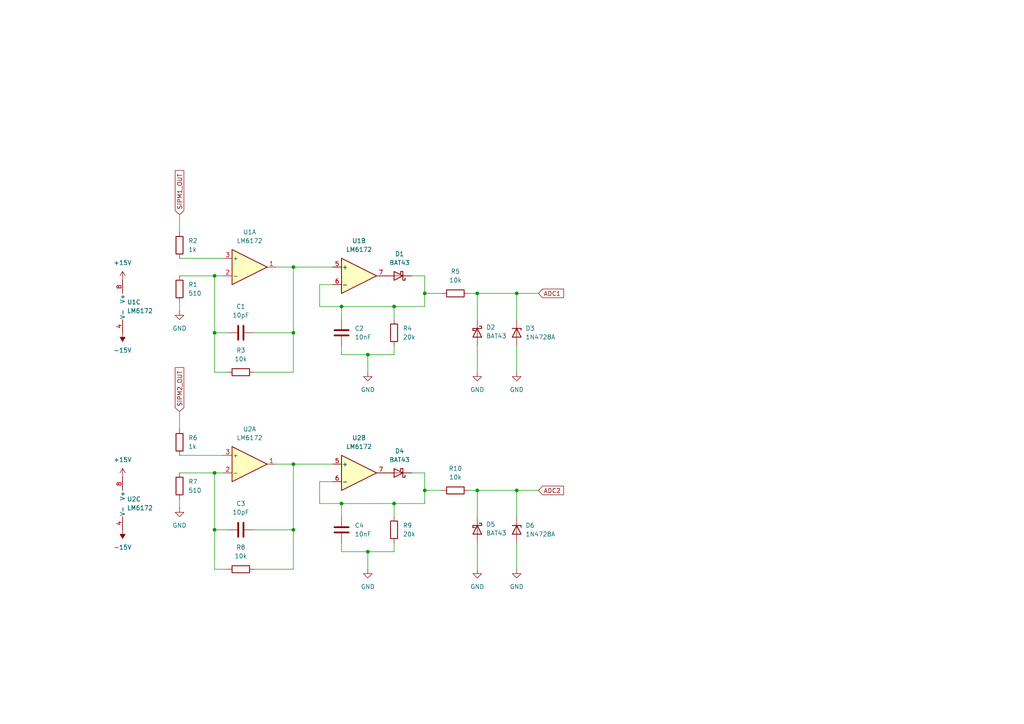
<source format=kicad_sch>
(kicad_sch (version 20250114) (generator "eeschema") (generator_version "9.0")
  (paper "A4")
  (title_block (title "Myolo Amp+Peak Hold") (date "2025-08-08") (rev "1") (company "Nico Entz"))
  (lib_symbols
    (symbol "Amplifier_Operational:LM6172" (pin_names (offset 0.127))
      (property "Reference" "U" (at 0 5.08 0))
      (property "Value" "LM6172" (at 0 -5.08 0))
      (symbol "LM6172_1_1"
        (polyline (pts (xy -5.08 5.08) (xy 5.08 0) (xy -5.08 -5.08) (xy -5.08 5.08)) (stroke (width 0.254)) (fill (type background)))
        (pin input line (at -7.62 2.54 0) (length 2.54) (name "+") (number "3"))
        (pin input line (at -7.62 -2.54 0) (length 2.54) (name "-") (number "2"))
        (pin output line (at 7.62 0 180) (length 2.54) (name "~") (number "1"))
      )
      (symbol "LM6172_2_1"
        (polyline (pts (xy -5.08 5.08) (xy 5.08 0) (xy -5.08 -5.08) (xy -5.08 5.08)) (stroke (width 0.254)) (fill (type background)))
        (pin input line (at -7.62 2.54 0) (length 2.54) (name "+") (number "5"))
        (pin input line (at -7.62 -2.54 0) (length 2.54) (name "-") (number "6"))
        (pin output line (at 7.62 0 180) (length 2.54) (name "~") (number "7"))
      )
      (symbol "LM6172_3_1"
        (pin power_in line (at -2.54 7.62 270) (length 3.81) (name "V+") (number "8"))
        (pin power_in line (at -2.54 -7.62 90) (length 3.81) (name "V-") (number "4"))
      )
    )
    (symbol "Device:C" (pin_numbers (hide yes)) (pin_names (offset 0.254))
      (property "Reference" "C" (at 0.635 2.54 0))
      (property "Value" "C" (at 0.635 -2.54 0))
      (symbol "C_0_1"
        (polyline (pts (xy -2.032 0.762) (xy 2.032 0.762)) (stroke (width 0.508)))
        (polyline (pts (xy -2.032 -0.762) (xy 2.032 -0.762)) (stroke (width 0.508)))
      )
      (symbol "C_1_1"
        (pin passive line (at 0 3.81 270) (length 2.794) (name "~") (number "1"))
        (pin passive line (at 0 -3.81 90) (length 2.794) (name "~") (number "2"))
      )
    )
    (symbol "Device:R" (pin_numbers (hide yes)) (pin_names (offset 0))
      (property "Reference" "R" (at 2.032 0 90))
      (property "Value" "R" (at 0 0 90))
      (symbol "R_0_1"
        (rectangle (start -1.016 -2.54) (end 1.016 2.54) (stroke (width 0.254)))
      )
      (symbol "R_1_1"
        (pin passive line (at 0 3.81 270) (length 1.27) (name "~") (number "1"))
        (pin passive line (at 0 -3.81 90) (length 1.27) (name "~") (number "2"))
      )
    )
    (symbol "Diode:1N47xxA" (pin_numbers (hide yes)) (pin_names (hide yes))
      (property "Reference" "D" (at 0 2.54 0))
      (property "Value" "1N47xxA" (at 0 -2.54 0))
      (symbol "1N47xxA_0_1"
        (polyline (pts (xy -1.27 -1.27) (xy -1.27 1.27) (xy -0.762 1.27)) (stroke (width 0.254)))
        (polyline (pts (xy 1.27 0) (xy -1.27 0)))
        (polyline (pts (xy 1.27 -1.27) (xy 1.27 1.27) (xy -1.27 0) (xy 1.27 -1.27)) (stroke (width 0.254)))
      )
      (symbol "1N47xxA_1_1"
        (pin passive line (at -3.81 0 0) (length 2.54) (name "K") (number "1"))
        (pin passive line (at 3.81 0 180) (length 2.54) (name "A") (number "2"))
      )
    )
    (symbol "Diode:BAT43" (pin_numbers (hide yes)) (pin_names (offset 1.016) (hide yes))
      (property "Reference" "D" (at 0 2.54 0))
      (property "Value" "BAT43" (at 0 -2.54 0))
      (symbol "BAT43_0_1"
        (polyline (pts (xy -1.905 0.635) (xy -1.905 1.27) (xy -1.27 1.27) (xy -1.27 -1.27) (xy -0.635 -1.27) (xy -0.635 -0.635)) (stroke (width 0.254)))
        (polyline (pts (xy 1.27 1.27) (xy 1.27 -1.27) (xy -1.27 0) (xy 1.27 1.27)) (stroke (width 0.254)))
        (polyline (pts (xy 1.27 0) (xy -1.27 0)))
      )
      (symbol "BAT43_1_1"
        (pin passive line (at -3.81 0 0) (length 2.54) (name "K") (number "1"))
        (pin passive line (at 3.81 0 180) (length 2.54) (name "A") (number "2"))
      )
    )
    (symbol "power:+15V" (power) (pin_numbers (hide yes)) (pin_names (offset 0) (hide yes))
      (property "Value" "+15V" (at 0 3.556 0))
      (symbol "+15V_0_1"
        (polyline (pts (xy -0.762 1.27) (xy 0 2.54)))
        (polyline (pts (xy 0 2.54) (xy 0.762 1.27)))
        (polyline (pts (xy 0 0) (xy 0 2.54)))
      )
      (symbol "+15V_1_1"
        (pin power_in line (at 0 0 90) (length 0) (name "~") (number "1"))
      )
    )
    (symbol "power:-15V" (power) (pin_numbers (hide yes)) (pin_names (offset 0) (hide yes))
      (property "Value" "-15V" (at 0 3.556 0))
      (symbol "-15V_0_0"
        (pin power_in line (at 0 0 90) (length 0) (name "~") (number "1"))
      )
      (symbol "-15V_0_1"
        (polyline (pts (xy 0 0) (xy 0 1.27) (xy 0.762 1.27) (xy 0 2.54) (xy -0.762 1.27) (xy 0 1.27)) (fill (type outline)))
      )
    )
    (symbol "power:GND" (power) (pin_numbers (hide yes)) (pin_names (offset 0) (hide yes))
      (property "Value" "GND" (at 0 -3.81 0))
      (symbol "GND_0_1"
        (polyline (pts (xy 0 0) (xy 0 -1.27) (xy 1.27 -1.27) (xy 0 -2.54) (xy -1.27 -1.27) (xy 0 -1.27)))
      )
      (symbol "GND_1_1"
        (pin power_in line (at 0 0 270) (length 0) (name "~") (number "1"))
      )
    )
  )
  (junction (at 85.09 153.67))
  (junction (at 114.3 88.9))
  (junction (at 62.23 96.52))
  (junction (at 149.86 85.09))
  (junction (at 123.19 142.24))
  (junction (at 99.06 146.05))
  (junction (at 85.09 134.62))
  (junction (at 138.43 85.09))
  (junction (at 62.23 153.67))
  (junction (at 149.86 142.24))
  (junction (at 85.09 96.52))
  (junction (at 138.43 142.24))
  (junction (at 62.23 137.16))
  (junction (at 85.09 77.47))
  (junction (at 99.06 88.9))
  (junction (at 106.68 102.87))
  (junction (at 106.68 160.02))
  (junction (at 123.19 85.09))
  (junction (at 62.23 80.01))
  (junction (at 114.3 146.05))
  (wire (pts (xy 62.23 80.01) (xy 62.23 96.52)))
  (wire (pts (xy 99.06 100.33) (xy 99.06 102.87)))
  (wire (pts (xy 149.86 85.09) (xy 156.21 85.09)))
  (wire (pts (xy 106.68 102.87) (xy 106.68 107.95)))
  (wire (pts (xy 96.52 139.7) (xy 92.71 139.7)))
  (wire (pts (xy 149.86 142.24) (xy 149.86 149.86)))
  (wire (pts (xy 52.07 87.63) (xy 52.07 90.17)))
  (wire (pts (xy 52.07 144.78) (xy 52.07 147.32)))
  (wire (pts (xy 149.86 157.48) (xy 149.86 165.1)))
  (wire (pts (xy 123.19 146.05) (xy 123.19 142.24)))
  (wire (pts (xy 73.66 107.95) (xy 85.09 107.95)))
  (wire (pts (xy 149.86 85.09) (xy 149.86 92.71)))
  (wire (pts (xy 85.09 77.47) (xy 85.09 96.52)))
  (wire (pts (xy 52.07 132.08) (xy 64.77 132.08)))
  (wire (pts (xy 73.66 153.67) (xy 85.09 153.67)))
  (wire (pts (xy 123.19 142.24) (xy 128.27 142.24)))
  (wire (pts (xy 138.43 142.24) (xy 149.86 142.24)))
  (wire (pts (xy 119.38 137.16) (xy 123.19 137.16)))
  (wire (pts (xy 123.19 85.09) (xy 128.27 85.09)))
  (wire (pts (xy 106.68 102.87) (xy 114.3 102.87)))
  (wire (pts (xy 114.3 88.9) (xy 114.3 92.71)))
  (wire (pts (xy 85.09 134.62) (xy 85.09 153.67)))
  (wire (pts (xy 138.43 85.09) (xy 149.86 85.09)))
  (wire (pts (xy 138.43 142.24) (xy 138.43 149.86)))
  (wire (pts (xy 62.23 137.16) (xy 62.23 153.67)))
  (wire (pts (xy 119.38 80.01) (xy 123.19 80.01)))
  (wire (pts (xy 85.09 77.47) (xy 96.52 77.47)))
  (wire (pts (xy 138.43 85.09) (xy 138.43 92.71)))
  (wire (pts (xy 114.3 146.05) (xy 123.19 146.05)))
  (wire (pts (xy 138.43 157.48) (xy 138.43 165.1)))
  (wire (pts (xy 52.07 137.16) (xy 62.23 137.16)))
  (wire (pts (xy 149.86 100.33) (xy 149.86 107.95)))
  (wire (pts (xy 92.71 88.9) (xy 99.06 88.9)))
  (wire (pts (xy 92.71 139.7) (xy 92.71 146.05)))
  (wire (pts (xy 114.3 146.05) (xy 114.3 149.86)))
  (wire (pts (xy 92.71 146.05) (xy 99.06 146.05)))
  (wire (pts (xy 52.07 119.38) (xy 52.07 124.46)))
  (wire (pts (xy 123.19 85.09) (xy 123.19 80.01)))
  (wire (pts (xy 138.43 100.33) (xy 138.43 107.95)))
  (wire (pts (xy 106.68 160.02) (xy 114.3 160.02)))
  (wire (pts (xy 135.89 142.24) (xy 138.43 142.24)))
  (wire (pts (xy 80.01 77.47) (xy 85.09 77.47)))
  (wire (pts (xy 62.23 96.52) (xy 66.04 96.52)))
  (wire (pts (xy 62.23 96.52) (xy 62.23 107.95)))
  (wire (pts (xy 62.23 137.16) (xy 64.77 137.16)))
  (wire (pts (xy 52.07 80.01) (xy 62.23 80.01)))
  (wire (pts (xy 99.06 157.48) (xy 99.06 160.02)))
  (wire (pts (xy 62.23 165.1) (xy 66.04 165.1)))
  (wire (pts (xy 85.09 153.67) (xy 85.09 165.1)))
  (wire (pts (xy 99.06 146.05) (xy 114.3 146.05)))
  (wire (pts (xy 99.06 102.87) (xy 106.68 102.87)))
  (wire (pts (xy 99.06 160.02) (xy 106.68 160.02)))
  (wire (pts (xy 149.86 142.24) (xy 156.21 142.24)))
  (wire (pts (xy 85.09 134.62) (xy 96.52 134.62)))
  (wire (pts (xy 62.23 153.67) (xy 62.23 165.1)))
  (wire (pts (xy 62.23 80.01) (xy 64.77 80.01)))
  (wire (pts (xy 106.68 160.02) (xy 106.68 165.1)))
  (wire (pts (xy 73.66 165.1) (xy 85.09 165.1)))
  (wire (pts (xy 99.06 88.9) (xy 114.3 88.9)))
  (wire (pts (xy 52.07 74.93) (xy 64.77 74.93)))
  (wire (pts (xy 99.06 88.9) (xy 99.06 92.71)))
  (wire (pts (xy 92.71 82.55) (xy 92.71 88.9)))
  (wire (pts (xy 62.23 153.67) (xy 66.04 153.67)))
  (wire (pts (xy 96.52 82.55) (xy 92.71 82.55)))
  (wire (pts (xy 62.23 107.95) (xy 66.04 107.95)))
  (wire (pts (xy 123.19 142.24) (xy 123.19 137.16)))
  (wire (pts (xy 114.3 157.48) (xy 114.3 160.02)))
  (wire (pts (xy 85.09 96.52) (xy 85.09 107.95)))
  (wire (pts (xy 52.07 62.23) (xy 52.07 67.31)))
  (wire (pts (xy 123.19 88.9) (xy 123.19 85.09)))
  (wire (pts (xy 99.06 146.05) (xy 99.06 149.86)))
  (wire (pts (xy 73.66 96.52) (xy 85.09 96.52)))
  (wire (pts (xy 114.3 100.33) (xy 114.3 102.87)))
  (wire (pts (xy 114.3 88.9) (xy 123.19 88.9)))
  (wire (pts (xy 80.01 134.62) (xy 85.09 134.62)))
  (wire (pts (xy 135.89 85.09) (xy 138.43 85.09)))
  (global_label "SiPM2_OUT" (shape input) (at 52.07 119.38 90) (property "Intersheetrefs" "${INTERSHEET_REFS}" (effects (hide yes))))
  (global_label "ADC1" (shape input) (at 156.21 85.09 0) (property "Intersheetrefs" "${INTERSHEET_REFS}" (effects (hide yes))))
  (global_label "SiPM1_OUT" (shape input) (at 52.07 62.23 90) (property "Intersheetrefs" "${INTERSHEET_REFS}" (effects (hide yes))))
  (global_label "ADC2" (shape input) (at 156.21 142.24 0) (property "Intersheetrefs" "${INTERSHEET_REFS}" (effects (hide yes))))
  (symbol (lib_id "Diode:BAT43") (at 115.57 80.01 180) (unit 1)
    (property "Reference" "D1" (at 115.8875 73.66 0))
    (property "Value" "BAT43" (at 115.8875 76.2 0))
    (property "Footprint" "Diode_THT:D_DO-35_SOD27_P7.62mm_Horizontal" (effects (hide yes)))
    (property "Datasheet" "http://www.vishay.com/docs/85660/bat42.pdf" (effects (hide yes)))
    (property "Description" "30V 0.2A Small Signal Schottky Diode, DO-35" (effects (hide yes)))
  )
  (symbol (lib_id "Device:R") (at 114.3 96.52 0) (unit 1)
    (property "Reference" "R4" (at 116.84 95.2499 0) (effects (justify left)))
    (property "Value" "20k" (at 116.84 97.7899 0) (effects (justify left)))
    (property "Footprint" "Resistor_THT:R_Axial_DIN0207_L6.3mm_D2.5mm_P15.24mm_Horizontal" (effects (hide yes)))
    (property "Description" "Resistor" (effects (hide yes)))
  )
  (symbol (lib_id "Diode:1N47xxA") (at 149.86 96.52 270) (unit 1)
    (property "Reference" "D3" (at 152.4 95.2499 90) (effects (justify left)))
    (property "Value" "1N4728A" (at 152.4 97.7899 90) (effects (justify left)))
    (property "Footprint" "Diode_THT:D_DO-41_SOD81_P10.16mm_Horizontal" (effects (hide yes)))
    (property "Datasheet" "https://www.vishay.com/docs/85816/1n4728a.pdf" (effects (hide yes)))
    (property "Description" "1300mW Silicon planar power Zener diodes, DO-41" (effects (hide yes)))
  )
  (symbol (lib_id "Amplifier_Operational:LM6172") (at 38.1 88.9 0) (unit 3)
    (property "Reference" "U1" (at 36.83 87.6299 0) (effects (justify left)))
    (property "Value" "LM6172" (at 36.83 90.1699 0) (effects (justify left)))
    (property "Footprint" "Package_DIP:DIP-8_W10.16mm" (effects (hide yes)))
    (property "Datasheet" "http://www.ti.com/lit/ds/symlink/lm6172.pdf" (effects (hide yes)))
    (property "Description" "Dual High Speed, Low Power, Low Distortion, Voltage Feedback Amplifiers, DIP-8/SOIC-8" (effects (hide yes)))
  )
  (symbol (lib_id "power:GND") (at 106.68 107.95 0) (unit 1)
    (property "Reference" "#PWR04" (effects (hide yes)))
    (property "Value" "GND" (at 106.68 113.03 0))
    (property "Description" "Power symbol creates a global label with name \"GND\" , ground" (effects (hide yes)))
  )
  (symbol (lib_id "Device:C") (at 99.06 153.67 0) (unit 1)
    (property "Reference" "C4" (at 102.87 152.3999 0) (effects (justify left)))
    (property "Value" "10nF" (at 102.87 154.9399 0) (effects (justify left)))
    (property "Footprint" "Capacitor_THT:CP_Radial_D4.0mm_P2.00mm" (effects (hide yes)))
    (property "Description" "Unpolarized capacitor" (effects (hide yes)))
  )
  (symbol (lib_id "Device:R") (at 69.85 165.1 90) (unit 1)
    (property "Reference" "R8" (at 69.85 158.75 90))
    (property "Value" "10k" (at 69.85 161.29 90))
    (property "Footprint" "Resistor_THT:R_Axial_DIN0207_L6.3mm_D2.5mm_P15.24mm_Horizontal" (effects (hide yes)))
    (property "Description" "Resistor" (effects (hide yes)))
  )
  (symbol (lib_id "power:GND") (at 138.43 165.1 0) (unit 1)
    (property "Reference" "#PWR011" (effects (hide yes)))
    (property "Value" "GND" (at 138.43 170.18 0))
    (property "Description" "Power symbol creates a global label with name \"GND\" , ground" (effects (hide yes)))
  )
  (symbol (lib_id "power:-15V") (at 35.56 96.52 180) (unit 1)
    (property "Reference" "#PWR02" (effects (hide yes)))
    (property "Value" "-15V" (at 35.56 101.6 0))
    (property "Description" "Power symbol creates a global label with name \"-15V\"" (effects (hide yes)))
  )
  (symbol (lib_id "Diode:BAT43") (at 115.57 137.16 180) (unit 1)
    (property "Reference" "D4" (at 115.8875 130.81 0))
    (property "Value" "BAT43" (at 115.8875 133.35 0))
    (property "Footprint" "Diode_THT:D_DO-35_SOD27_P7.62mm_Horizontal" (effects (hide yes)))
    (property "Datasheet" "http://www.vishay.com/docs/85660/bat42.pdf" (effects (hide yes)))
    (property "Description" "30V 0.2A Small Signal Schottky Diode, DO-35" (effects (hide yes)))
  )
  (symbol (lib_id "power:GND") (at 149.86 165.1 0) (unit 1)
    (property "Reference" "#PWR012" (effects (hide yes)))
    (property "Value" "GND" (at 149.86 170.18 0))
    (property "Description" "Power symbol creates a global label with name \"GND\" , ground" (effects (hide yes)))
  )
  (symbol (lib_id "Amplifier_Operational:LM6172") (at 72.39 77.47 0) (unit 1)
    (property "Reference" "U1" (at 72.39 67.31 0))
    (property "Value" "LM6172" (at 72.39 69.85 0))
    (property "Footprint" "Package_DIP:DIP-8_W10.16mm" (effects (hide yes)))
    (property "Datasheet" "http://www.ti.com/lit/ds/symlink/lm6172.pdf" (effects (hide yes)))
    (property "Description" "Dual High Speed, Low Power, Low Distortion, Voltage Feedback Amplifiers, DIP-8/SOIC-8" (effects (hide yes)))
  )
  (symbol (lib_id "power:+15V") (at 35.56 138.43 0) (unit 1)
    (property "Reference" "#PWR07" (effects (hide yes)))
    (property "Value" "+15V" (at 35.56 133.35 0))
    (property "Description" "Power symbol creates a global label with name \"+15V\"" (effects (hide yes)))
  )
  (symbol (lib_id "Device:C") (at 99.06 96.52 0) (unit 1)
    (property "Reference" "C2" (at 102.87 95.2499 0) (effects (justify left)))
    (property "Value" "10nF" (at 102.87 97.7899 0) (effects (justify left)))
    (property "Footprint" "Capacitor_THT:CP_Radial_D4.0mm_P2.00mm" (effects (hide yes)))
    (property "Description" "Unpolarized capacitor" (effects (hide yes)))
  )
  (symbol (lib_id "Device:C") (at 69.85 96.52 90) (unit 1)
    (property "Reference" "C1" (at 69.85 88.9 90))
    (property "Value" "10pF" (at 69.85 91.44 90))
    (property "Footprint" "Capacitor_THT:CP_Radial_D4.0mm_P2.00mm" (effects (hide yes)))
    (property "Description" "Unpolarized capacitor" (effects (hide yes)))
  )
  (symbol (lib_id "Diode:BAT43") (at 138.43 153.67 270) (unit 1)
    (property "Reference" "D5" (at 140.97 152.0824 90) (effects (justify left)))
    (property "Value" "BAT43" (at 140.97 154.6224 90) (effects (justify left)))
    (property "Footprint" "Diode_THT:D_DO-35_SOD27_P7.62mm_Horizontal" (effects (hide yes)))
    (property "Datasheet" "http://www.vishay.com/docs/85660/bat42.pdf" (effects (hide yes)))
    (property "Description" "30V 0.2A Small Signal Schottky Diode, DO-35" (effects (hide yes)))
  )
  (symbol (lib_id "Device:R") (at 114.3 153.67 0) (unit 1)
    (property "Reference" "R9" (at 116.84 152.3999 0) (effects (justify left)))
    (property "Value" "20k" (at 116.84 154.9399 0) (effects (justify left)))
    (property "Footprint" "Resistor_THT:R_Axial_DIN0207_L6.3mm_D2.5mm_P15.24mm_Horizontal" (effects (hide yes)))
    (property "Description" "Resistor" (effects (hide yes)))
  )
  (symbol (lib_id "Device:R") (at 52.07 128.27 0) (unit 1)
    (property "Reference" "R6" (at 54.61 126.9999 0) (effects (justify left)))
    (property "Value" "1k" (at 54.61 129.5399 0) (effects (justify left)))
    (property "Footprint" "Resistor_THT:R_Axial_DIN0207_L6.3mm_D2.5mm_P15.24mm_Horizontal" (effects (hide yes)))
    (property "Description" "Resistor" (effects (hide yes)))
  )
  (symbol (lib_id "power:GND") (at 52.07 147.32 0) (unit 1)
    (property "Reference" "#PWR09" (effects (hide yes)))
    (property "Value" "GND" (at 52.07 152.4 0))
    (property "Description" "Power symbol creates a global label with name \"GND\" , ground" (effects (hide yes)))
  )
  (symbol (lib_id "power:GND") (at 138.43 107.95 0) (unit 1)
    (property "Reference" "#PWR05" (effects (hide yes)))
    (property "Value" "GND" (at 138.43 113.03 0))
    (property "Description" "Power symbol creates a global label with name \"GND\" , ground" (effects (hide yes)))
  )
  (symbol (lib_id "Device:R") (at 132.08 142.24 90) (unit 1)
    (property "Reference" "R10" (at 132.08 135.89 90))
    (property "Value" "10k" (at 132.08 138.43 90))
    (property "Footprint" "Resistor_THT:R_Axial_DIN0207_L6.3mm_D2.5mm_P15.24mm_Horizontal" (effects (hide yes)))
    (property "Description" "Resistor" (effects (hide yes)))
  )
  (symbol (lib_id "Device:R") (at 132.08 85.09 90) (unit 1)
    (property "Reference" "R5" (at 132.08 78.74 90))
    (property "Value" "10k" (at 132.08 81.28 90))
    (property "Footprint" "Resistor_THT:R_Axial_DIN0207_L6.3mm_D2.5mm_P15.24mm_Horizontal" (effects (hide yes)))
    (property "Description" "Resistor" (effects (hide yes)))
  )
  (symbol (lib_id "Amplifier_Operational:LM6172") (at 38.1 146.05 0) (unit 3)
    (property "Reference" "U2" (at 36.83 144.7799 0) (effects (justify left)))
    (property "Value" "LM6172" (at 36.83 147.3199 0) (effects (justify left)))
    (property "Footprint" "Package_DIP:DIP-8_W10.16mm" (effects (hide yes)))
    (property "Datasheet" "http://www.ti.com/lit/ds/symlink/lm6172.pdf" (effects (hide yes)))
    (property "Description" "Dual High Speed, Low Power, Low Distortion, Voltage Feedback Amplifiers, DIP-8/SOIC-8" (effects (hide yes)))
  )
  (symbol (lib_id "power:+15V") (at 35.56 81.28 0) (unit 1)
    (property "Reference" "#PWR01" (effects (hide yes)))
    (property "Value" "+15V" (at 35.56 76.2 0))
    (property "Description" "Power symbol creates a global label with name \"+15V\"" (effects (hide yes)))
  )
  (symbol (lib_id "power:-15V") (at 35.56 153.67 180) (unit 1)
    (property "Reference" "#PWR08" (effects (hide yes)))
    (property "Value" "-15V" (at 35.56 158.75 0))
    (property "Description" "Power symbol creates a global label with name \"-15V\"" (effects (hide yes)))
  )
  (symbol (lib_id "power:GND") (at 106.68 165.1 0) (unit 1)
    (property "Reference" "#PWR010" (effects (hide yes)))
    (property "Value" "GND" (at 106.68 170.18 0))
    (property "Description" "Power symbol creates a global label with name \"GND\" , ground" (effects (hide yes)))
  )
  (symbol (lib_id "Device:C") (at 69.85 153.67 90) (unit 1)
    (property "Reference" "C3" (at 69.85 146.05 90))
    (property "Value" "10pF" (at 69.85 148.59 90))
    (property "Footprint" "Capacitor_THT:CP_Radial_D4.0mm_P2.00mm" (effects (hide yes)))
    (property "Description" "Unpolarized capacitor" (effects (hide yes)))
  )
  (symbol (lib_id "Device:R") (at 69.85 107.95 90) (unit 1)
    (property "Reference" "R3" (at 69.85 101.6 90))
    (property "Value" "10k" (at 69.85 104.14 90))
    (property "Footprint" "Resistor_THT:R_Axial_DIN0207_L6.3mm_D2.5mm_P15.24mm_Horizontal" (effects (hide yes)))
    (property "Description" "Resistor" (effects (hide yes)))
  )
  (symbol (lib_id "Diode:1N47xxA") (at 149.86 153.67 270) (unit 1)
    (property "Reference" "D6" (at 152.4 152.3999 90) (effects (justify left)))
    (property "Value" "1N4728A" (at 152.4 154.9399 90) (effects (justify left)))
    (property "Footprint" "Diode_THT:D_DO-41_SOD81_P10.16mm_Horizontal" (effects (hide yes)))
    (property "Datasheet" "https://www.vishay.com/docs/85816/1n4728a.pdf" (effects (hide yes)))
    (property "Description" "1300mW Silicon planar power Zener diodes, DO-41" (effects (hide yes)))
  )
  (symbol (lib_id "Device:R") (at 52.07 140.97 0) (unit 1)
    (property "Reference" "R7" (at 54.61 139.6999 0) (effects (justify left)))
    (property "Value" "510" (at 54.61 142.2399 0) (effects (justify left)))
    (property "Footprint" "Resistor_THT:R_Axial_DIN0207_L6.3mm_D2.5mm_P15.24mm_Horizontal" (effects (hide yes)))
    (property "Description" "Resistor" (effects (hide yes)))
  )
  (symbol (lib_id "power:GND") (at 52.07 90.17 0) (unit 1)
    (property "Reference" "#PWR03" (effects (hide yes)))
    (property "Value" "GND" (at 52.07 95.25 0))
    (property "Description" "Power symbol creates a global label with name \"GND\" , ground" (effects (hide yes)))
  )
  (symbol (lib_id "Amplifier_Operational:LM6172") (at 104.14 137.16 0) (unit 2)
    (property "Reference" "U2" (at 104.14 127 0))
    (property "Value" "LM6172" (at 104.14 129.54 0))
    (property "Footprint" "Package_DIP:DIP-8_W10.16mm" (effects (hide yes)))
    (property "Datasheet" "http://www.ti.com/lit/ds/symlink/lm6172.pdf" (effects (hide yes)))
    (property "Description" "Dual High Speed, Low Power, Low Distortion, Voltage Feedback Amplifiers, DIP-8/SOIC-8" (effects (hide yes)))
  )
  (symbol (lib_id "Amplifier_Operational:LM6172") (at 104.14 80.01 0) (unit 2)
    (property "Reference" "U1" (at 104.14 69.85 0))
    (property "Value" "LM6172" (at 104.14 72.39 0))
    (property "Footprint" "Package_DIP:DIP-8_W10.16mm" (effects (hide yes)))
    (property "Datasheet" "http://www.ti.com/lit/ds/symlink/lm6172.pdf" (effects (hide yes)))
    (property "Description" "Dual High Speed, Low Power, Low Distortion, Voltage Feedback Amplifiers, DIP-8/SOIC-8" (effects (hide yes)))
  )
  (symbol (lib_id "Device:R") (at 52.07 83.82 0) (unit 1)
    (property "Reference" "R1" (at 54.61 82.5499 0) (effects (justify left)))
    (property "Value" "510" (at 54.61 85.0899 0) (effects (justify left)))
    (property "Footprint" "Resistor_THT:R_Axial_DIN0207_L6.3mm_D2.5mm_P15.24mm_Horizontal" (effects (hide yes)))
    (property "Description" "Resistor" (effects (hide yes)))
  )
  (symbol (lib_id "Device:R") (at 52.07 71.12 0) (unit 1)
    (property "Reference" "R2" (at 54.61 69.8499 0) (effects (justify left)))
    (property "Value" "1k" (at 54.61 72.3899 0) (effects (justify left)))
    (property "Footprint" "Resistor_THT:R_Axial_DIN0207_L6.3mm_D2.5mm_P15.24mm_Horizontal" (effects (hide yes)))
    (property "Description" "Resistor" (effects (hide yes)))
  )
  (symbol (lib_id "Amplifier_Operational:LM6172") (at 72.39 134.62 0) (unit 1)
    (property "Reference" "U2" (at 72.39 124.46 0))
    (property "Value" "LM6172" (at 72.39 127 0))
    (property "Footprint" "Package_DIP:DIP-8_W10.16mm" (effects (hide yes)))
    (property "Datasheet" "http://www.ti.com/lit/ds/symlink/lm6172.pdf" (effects (hide yes)))
    (property "Description" "Dual High Speed, Low Power, Low Distortion, Voltage Feedback Amplifiers, DIP-8/SOIC-8" (effects (hide yes)))
  )
  (symbol (lib_id "Diode:BAT43") (at 138.43 96.52 270) (unit 1)
    (property "Reference" "D2" (at 140.97 94.9324 90) (effects (justify left)))
    (property "Value" "BAT43" (at 140.97 97.4724 90) (effects (justify left)))
    (property "Footprint" "Diode_THT:D_DO-35_SOD27_P7.62mm_Horizontal" (effects (hide yes)))
    (property "Datasheet" "http://www.vishay.com/docs/85660/bat42.pdf" (effects (hide yes)))
    (property "Description" "30V 0.2A Small Signal Schottky Diode, DO-35" (effects (hide yes)))
  )
  (symbol (lib_id "power:GND") (at 149.86 107.95 0) (unit 1)
    (property "Reference" "#PWR06" (effects (hide yes)))
    (property "Value" "GND" (at 149.86 113.03 0))
    (property "Description" "Power symbol creates a global label with name \"GND\" , ground" (effects (hide yes)))
  )
)
</source>
